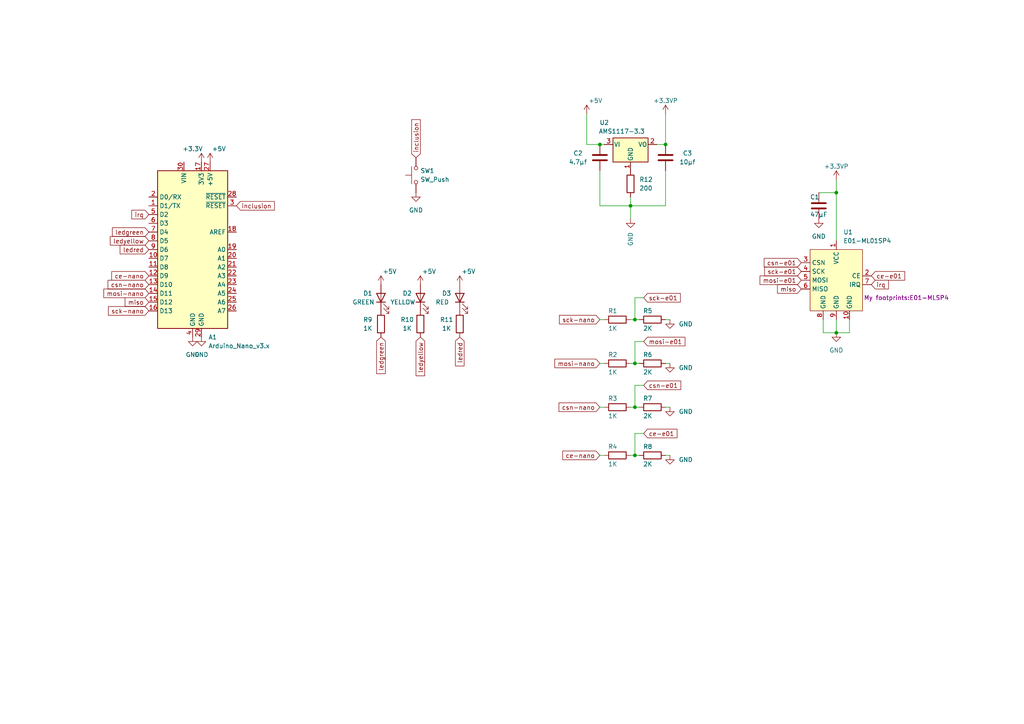
<source format=kicad_sch>
(kicad_sch (version 20230121) (generator eeschema)
  (paper "A4")
  (title_block (title "MySensors Gateway") (date "2023-27-01") (rev "0.1"))
  (lib_symbols
    (symbol "Device:C" (pin_numbers hide) (pin_names (offset 0.254))
      (property "Reference" "C" (at 0.635 2.54 0))
      (property "Value" "C" (at 0.635 -2.54 0))
      (symbol "C_0_1"
        (polyline (pts (xy -2.032 -0.762) (xy 2.032 -0.762)) (stroke (width 0.508)))
        (polyline (pts (xy -2.032 0.762) (xy 2.032 0.762)) (stroke (width 0.508)))
      )
      (symbol "C_1_1"
        (pin passive line (at 0 3.81 270) (length 2.794) (name "~") (number "1"))
        (pin passive line (at 0 -3.81 90) (length 2.794) (name "~") (number "2"))
      )
    )
    (symbol "Device:LED" (pin_numbers hide) (pin_names (offset 1.016) hide)
      (property "Reference" "D" (at 0 2.54 0))
      (property "Value" "LED" (at 0 -2.54 0))
      (symbol "LED_0_1"
        (polyline (pts (xy -1.27 -1.27) (xy -1.27 1.27)) (stroke (width 0.254)))
        (polyline (pts (xy -1.27 0) (xy 1.27 0)))
        (polyline (pts (xy 1.27 -1.27) (xy 1.27 1.27) (xy -1.27 0) (xy 1.27 -1.27)) (stroke (width 0.254)))
        (polyline (pts (xy -3.048 -0.762) (xy -4.572 -2.286) (xy -3.81 -2.286) (xy -4.572 -2.286) (xy -4.572 -1.524)))
        (polyline (pts (xy -1.778 -0.762) (xy -3.302 -2.286) (xy -2.54 -2.286) (xy -3.302 -2.286) (xy -3.302 -1.524)))
      )
      (symbol "LED_1_1"
        (pin passive line (at -3.81 0 0) (length 2.54) (name "K") (number "1"))
        (pin passive line (at 3.81 0 180) (length 2.54) (name "A") (number "2"))
      )
    )
    (symbol "Device:R" (pin_numbers hide) (pin_names (offset 0))
      (property "Reference" "R" (at 2.032 0 90))
      (property "Value" "R" (at 0 0 90))
      (symbol "R_0_1"
        (rectangle (start -1.016 -2.54) (end 1.016 2.54) (stroke (width 0.254)))
      )
      (symbol "R_1_1"
        (pin passive line (at 0 3.81 270) (length 1.27) (name "~") (number "1"))
        (pin passive line (at 0 -3.81 90) (length 1.27) (name "~") (number "2"))
      )
    )
    (symbol "MCU_Module:Arduino_Nano_v3.x"
      (property "Reference" "A" (at -10.16 23.495 0))
      (property "Value" "Arduino_Nano_v3.x" (at 5.08 -24.13 0))
      (symbol "Arduino_Nano_v3.x_0_1"
        (rectangle (start -10.16 22.86) (end 10.16 -22.86) (stroke (width 0.254)) (fill (type background)))
      )
      (symbol "Arduino_Nano_v3.x_1_1"
        (pin bidirectional line (at -12.7 12.7 0) (length 2.54) (name "D1/TX") (number "1"))
        (pin bidirectional line (at -12.7 -2.54 0) (length 2.54) (name "D7") (number "10"))
        (pin bidirectional line (at -12.7 -5.08 0) (length 2.54) (name "D8") (number "11"))
        (pin bidirectional line (at -12.7 -7.62 0) (length 2.54) (name "D9") (number "12"))
        (pin bidirectional line (at -12.7 -10.16 0) (length 2.54) (name "D10") (number "13"))
        (pin bidirectional line (at -12.7 -12.7 0) (length 2.54) (name "D11") (number "14"))
        (pin bidirectional line (at -12.7 -15.24 0) (length 2.54) (name "D12") (number "15"))
        (pin bidirectional line (at -12.7 -17.78 0) (length 2.54) (name "D13") (number "16"))
        (pin power_out line (at 2.54 25.4 270) (length 2.54) (name "3V3") (number "17"))
        (pin input line (at 12.7 5.08 180) (length 2.54) (name "AREF") (number "18"))
        (pin bidirectional line (at 12.7 0 180) (length 2.54) (name "A0") (number "19"))
        (pin bidirectional line (at -12.7 15.24 0) (length 2.54) (name "D0/RX") (number "2"))
        (pin bidirectional line (at 12.7 -2.54 180) (length 2.54) (name "A1") (number "20"))
        (pin bidirectional line (at 12.7 -5.08 180) (length 2.54) (name "A2") (number "21"))
        (pin bidirectional line (at 12.7 -7.62 180) (length 2.54) (name "A3") (number "22"))
        (pin bidirectional line (at 12.7 -10.16 180) (length 2.54) (name "A4") (number "23"))
        (pin bidirectional line (at 12.7 -12.7 180) (length 2.54) (name "A5") (number "24"))
        (pin bidirectional line (at 12.7 -15.24 180) (length 2.54) (name "A6") (number "25"))
        (pin bidirectional line (at 12.7 -17.78 180) (length 2.54) (name "A7") (number "26"))
        (pin power_out line (at 5.08 25.4 270) (length 2.54) (name "+5V") (number "27"))
        (pin input line (at 12.7 15.24 180) (length 2.54) (name "~{RESET}") (number "28"))
        (pin power_in line (at 2.54 -25.4 90) (length 2.54) (name "GND") (number "29"))
        (pin input line (at 12.7 12.7 180) (length 2.54) (name "~{RESET}") (number "3"))
        (pin power_in line (at -2.54 25.4 270) (length 2.54) (name "VIN") (number "30"))
        (pin power_in line (at 0 -25.4 90) (length 2.54) (name "GND") (number "4"))
        (pin bidirectional line (at -12.7 10.16 0) (length 2.54) (name "D2") (number "5"))
        (pin bidirectional line (at -12.7 7.62 0) (length 2.54) (name "D3") (number "6"))
        (pin bidirectional line (at -12.7 5.08 0) (length 2.54) (name "D4") (number "7"))
        (pin bidirectional line (at -12.7 2.54 0) (length 2.54) (name "D5") (number "8"))
        (pin bidirectional line (at -12.7 0 0) (length 2.54) (name "D6") (number "9"))
      )
    )
    (symbol "Regulator_Linear:AMS1117-3.3" (pin_names (offset 0.254))
      (property "Reference" "U" (at -3.81 3.175 0))
      (property "Value" "AMS1117-3.3" (at 0 3.175 0))
      (symbol "AMS1117-3.3_0_1"
        (rectangle (start -5.08 -5.08) (end 5.08 1.905) (stroke (width 0.254)) (fill (type background)))
      )
      (symbol "AMS1117-3.3_1_1"
        (pin power_in line (at 0 -7.62 90) (length 2.54) (name "GND") (number "1"))
        (pin power_out line (at 7.62 0 180) (length 2.54) (name "VO") (number "2"))
        (pin power_in line (at -7.62 0 0) (length 2.54) (name "VI") (number "3"))
      )
    )
    (symbol "Switch:SW_Push" (pin_numbers hide) (pin_names (offset 1.016) hide)
      (property "Reference" "SW" (at 1.27 2.54 0))
      (property "Value" "SW_Push" (at 0 -1.524 0))
      (symbol "SW_Push_0_1"
        (circle (center -2.032 0) (radius 0.508))
        (polyline (pts (xy 0 1.27) (xy 0 3.048)))
        (polyline (pts (xy 2.54 1.27) (xy -2.54 1.27)))
        (circle (center 2.032 0) (radius 0.508))
        (pin passive line (at -5.08 0 0) (length 2.54) (name "1") (number "1"))
        (pin passive line (at 5.08 0 180) (length 2.54) (name "2") (number "2"))
      )
    )
    (symbol "my_rf_modules:E01-ML01SP4"
      (property "Reference" "U" (at -6.35 10.16 0))
      (property "Value" "E01-ML01SP4" (at 7.62 10.16 0))
      (symbol "E01-ML01SP4_0_1"
        (rectangle (start -7.62 8.89) (end 7.62 -8.89) (fill (type background)))
      )
      (symbol "E01-ML01SP4_1_1"
        (pin power_in line (at 0 11.43 270) (length 2.54) (name "VCC") (number "1"))
        (pin power_in line (at 3.81 -11.43 90) (length 2.54) (name "GND") (number "10"))
        (pin input line (at 10.16 1.27 180) (length 2.54) (name "CE") (number "2"))
        (pin input line (at -10.16 5.08 0) (length 2.54) (name "CSN") (number "3"))
        (pin input line (at -10.16 2.54 0) (length 2.54) (name "SCK") (number "4"))
        (pin input line (at -10.16 0 0) (length 2.54) (name "MOSI") (number "5"))
        (pin output line (at -10.16 -2.54 0) (length 2.54) (name "MISO") (number "6"))
        (pin output line (at 10.16 -1.27 180) (length 2.54) (name "IRQ") (number "7"))
        (pin power_in line (at -3.81 -11.43 90) (length 2.54) (name "GND") (number "8"))
        (pin power_in line (at 0 -11.43 90) (length 2.54) (name "GND") (number "9"))
      )
    )
    (symbol "power:+3.3V" (power) (pin_names (offset 0))
      (property "Value" "+3.3V" (at 0 3.556 0))
      (symbol "+3.3V_0_1"
        (polyline (pts (xy -0.762 1.27) (xy 0 2.54)))
        (polyline (pts (xy 0 0) (xy 0 2.54)))
        (polyline (pts (xy 0 2.54) (xy 0.762 1.27)))
      )
      (symbol "+3.3V_1_1"
        (pin power_in line (at 0 0 90) (length 0) hide (name "+3.3V") (number "1"))
      )
    )
    (symbol "power:+3.3VP" (power) (pin_names (offset 0))
      (property "Value" "+3.3VP" (at 0 2.54 0))
      (symbol "+3.3VP_0_0"
        (pin power_in line (at 0 0 90) (length 0) hide (name "+3.3VP") (number "1"))
      )
      (symbol "+3.3VP_0_1"
        (polyline (pts (xy -0.762 1.27) (xy 0 2.54)))
        (polyline (pts (xy 0 0) (xy 0 2.54)))
        (polyline (pts (xy 0 2.54) (xy 0.762 1.27)))
      )
    )
    (symbol "power:+5V" (power) (pin_names (offset 0))
      (property "Value" "+5V" (at 0 3.556 0))
      (symbol "+5V_0_1"
        (polyline (pts (xy -0.762 1.27) (xy 0 2.54)))
        (polyline (pts (xy 0 0) (xy 0 2.54)))
        (polyline (pts (xy 0 2.54) (xy 0.762 1.27)))
      )
      (symbol "+5V_1_1"
        (pin power_in line (at 0 0 90) (length 0) hide (name "+5V") (number "1"))
      )
    )
    (symbol "power:GND" (power) (pin_names (offset 0))
      (property "Value" "GND" (at 0 -3.81 0))
      (symbol "GND_0_1"
        (polyline (pts (xy 0 0) (xy 0 -1.27) (xy 1.27 -1.27) (xy 0 -2.54) (xy -1.27 -1.27) (xy 0 -1.27)))
      )
      (symbol "GND_1_1"
        (pin power_in line (at 0 0 270) (length 0) hide (name "GND") (number "1"))
      )
    )
  )
  (junction (at 184.15 132.08))
  (junction (at 242.57 96.52))
  (junction (at 193.04 41.91))
  (junction (at 184.15 92.71))
  (junction (at 182.88 59.69))
  (junction (at 173.99 41.91))
  (junction (at 184.15 105.41))
  (junction (at 242.57 55.88))
  (junction (at 184.15 118.11))
  (wire (pts (xy 238.76 92.71) (xy 238.76 96.52)))
  (wire (pts (xy 190.5 41.91) (xy 193.04 41.91)))
  (wire (pts (xy 173.99 92.71) (xy 175.26 92.71)))
  (wire (pts (xy 170.18 33.02) (xy 170.18 41.91)))
  (wire (pts (xy 242.57 92.71) (xy 242.57 96.52)))
  (wire (pts (xy 182.88 63.5) (xy 182.88 59.69)))
  (wire (pts (xy 182.88 118.11) (xy 184.15 118.11)))
  (wire (pts (xy 184.15 118.11) (xy 185.42 118.11)))
  (wire (pts (xy 184.15 111.76) (xy 184.15 118.11)))
  (wire (pts (xy 194.31 118.11) (xy 193.04 118.11)))
  (wire (pts (xy 173.99 41.91) (xy 175.26 41.91)))
  (wire (pts (xy 237.49 55.88) (xy 242.57 55.88)))
  (wire (pts (xy 173.99 59.69) (xy 182.88 59.69)))
  (wire (pts (xy 194.31 92.71) (xy 193.04 92.71)))
  (wire (pts (xy 194.31 132.08) (xy 193.04 132.08)))
  (wire (pts (xy 184.15 125.73) (xy 184.15 132.08)))
  (wire (pts (xy 173.99 118.11) (xy 175.26 118.11)))
  (wire (pts (xy 182.88 105.41) (xy 184.15 105.41)))
  (wire (pts (xy 184.15 111.76) (xy 186.69 111.76)))
  (wire (pts (xy 242.57 96.52) (xy 246.38 96.52)))
  (wire (pts (xy 173.99 105.41) (xy 175.26 105.41)))
  (wire (pts (xy 242.57 55.88) (xy 242.57 69.85)))
  (wire (pts (xy 184.15 86.36) (xy 186.69 86.36)))
  (wire (pts (xy 173.99 49.53) (xy 173.99 59.69)))
  (wire (pts (xy 182.88 132.08) (xy 184.15 132.08)))
  (wire (pts (xy 182.88 59.69) (xy 182.88 57.15)))
  (wire (pts (xy 184.15 125.73) (xy 186.69 125.73)))
  (wire (pts (xy 184.15 105.41) (xy 185.42 105.41)))
  (wire (pts (xy 184.15 99.06) (xy 186.69 99.06)))
  (wire (pts (xy 238.76 96.52) (xy 242.57 96.52)))
  (wire (pts (xy 184.15 86.36) (xy 184.15 92.71)))
  (wire (pts (xy 246.38 96.52) (xy 246.38 92.71)))
  (wire (pts (xy 182.88 92.71) (xy 184.15 92.71)))
  (wire (pts (xy 184.15 99.06) (xy 184.15 105.41)))
  (wire (pts (xy 173.99 132.08) (xy 175.26 132.08)))
  (wire (pts (xy 170.18 41.91) (xy 173.99 41.91)))
  (wire (pts (xy 194.31 105.41) (xy 193.04 105.41)))
  (wire (pts (xy 184.15 92.71) (xy 185.42 92.71)))
  (wire (pts (xy 184.15 132.08) (xy 185.42 132.08)))
  (wire (pts (xy 242.57 52.07) (xy 242.57 55.88)))
  (wire (pts (xy 193.04 49.53) (xy 193.04 59.69)))
  (wire (pts (xy 193.04 33.02) (xy 193.04 41.91)))
  (wire (pts (xy 193.04 59.69) (xy 182.88 59.69)))
  (global_label "sck-e01" (shape input) (at 186.69 86.36 0) (property "Intersheetrefs" "${INTERSHEET_REFS}" (effects hide)))
  (global_label "csn-e01" (shape input) (at 186.69 111.76 0) (property "Intersheetrefs" "${INTERSHEET_REFS}" (effects hide)))
  (global_label "irq" (shape input) (at 43.18 62.23 180) (property "Intersheetrefs" "${INTERSHEET_REFS}" (effects hide)))
  (global_label "inclusion" (shape input) (at 68.58 59.69 0) (property "Intersheetrefs" "${INTERSHEET_REFS}" (effects hide)))
  (global_label "mosi-e01" (shape input) (at 186.69 99.06 0) (property "Intersheetrefs" "${INTERSHEET_REFS}" (effects hide)))
  (global_label "ce-e01" (shape input) (at 186.69 125.73 0) (property "Intersheetrefs" "${INTERSHEET_REFS}" (effects hide)))
  (global_label "csn-nano" (shape input) (at 173.99 118.11 180) (property "Intersheetrefs" "${INTERSHEET_REFS}" (effects hide)))
  (global_label "csn-nano" (shape input) (at 43.18 82.55 180) (property "Intersheetrefs" "${INTERSHEET_REFS}" (effects hide)))
  (global_label "sck-e01" (shape input) (at 232.41 78.74 180) (property "Intersheetrefs" "${INTERSHEET_REFS}" (effects hide)))
  (global_label "ledyellow" (shape input) (at 121.92 97.79 270) (property "Intersheetrefs" "${INTERSHEET_REFS}" (effects hide)))
  (global_label "sck-nano" (shape input) (at 173.99 92.71 180) (property "Intersheetrefs" "${INTERSHEET_REFS}" (effects hide)))
  (global_label "mosi-nano" (shape input) (at 173.99 105.41 180) (property "Intersheetrefs" "${INTERSHEET_REFS}" (effects hide)))
  (global_label "irq" (shape input) (at 252.73 82.55 0) (property "Intersheetrefs" "${INTERSHEET_REFS}" (effects hide)))
  (global_label "inclusion" (shape input) (at 120.65 45.72 90) (property "Intersheetrefs" "${INTERSHEET_REFS}" (effects hide)))
  (global_label "ce-nano" (shape input) (at 43.18 80.01 180) (property "Intersheetrefs" "${INTERSHEET_REFS}" (effects hide)))
  (global_label "ledgreen" (shape input) (at 43.18 67.31 180) (property "Intersheetrefs" "${INTERSHEET_REFS}" (effects hide)))
  (global_label "ledred" (shape input) (at 43.18 72.39 180) (property "Intersheetrefs" "${INTERSHEET_REFS}" (effects hide)))
  (global_label "ledyellow" (shape input) (at 43.18 69.85 180) (property "Intersheetrefs" "${INTERSHEET_REFS}" (effects hide)))
  (global_label "ledred" (shape input) (at 133.35 97.79 270) (property "Intersheetrefs" "${INTERSHEET_REFS}" (effects hide)))
  (global_label "ce-e01" (shape input) (at 252.73 80.01 0) (property "Intersheetrefs" "${INTERSHEET_REFS}" (effects hide)))
  (global_label "ledgreen" (shape input) (at 110.49 97.79 270) (property "Intersheetrefs" "${INTERSHEET_REFS}" (effects hide)))
  (global_label "miso" (shape input) (at 43.18 87.63 180) (property "Intersheetrefs" "${INTERSHEET_REFS}" (effects hide)))
  (global_label "mosi-nano" (shape input) (at 43.18 85.09 180) (property "Intersheetrefs" "${INTERSHEET_REFS}" (effects hide)))
  (global_label "ce-nano" (shape input) (at 173.99 132.08 180) (property "Intersheetrefs" "${INTERSHEET_REFS}" (effects hide)))
  (global_label "csn-e01" (shape input) (at 232.41 76.2 180) (property "Intersheetrefs" "${INTERSHEET_REFS}" (effects hide)))
  (global_label "mosi-e01" (shape input) (at 232.41 81.28 180) (property "Intersheetrefs" "${INTERSHEET_REFS}" (effects hide)))
  (global_label "sck-nano" (shape input) (at 43.18 90.17 180) (property "Intersheetrefs" "${INTERSHEET_REFS}" (effects hide)))
  (global_label "miso" (shape input) (at 232.41 83.82 180) (property "Intersheetrefs" "${INTERSHEET_REFS}" (effects hide)))
  (symbol (lib_id "my_rf_modules:E01-ML01SP4") (at 242.57 81.28 0) (unit 1)
    (property "Reference" "U1" (at 244.5894 67.31 0) (effects (justify left)))
    (property "Value" "E01-ML01SP4" (at 244.5894 69.85 0) (effects (justify left)))
    (property "Footprint" "My footprints:E01-MLSP4" (at 262.89 86.36 0))
  )
  (symbol (lib_id "power:+3.3VP") (at 193.04 33.02 0) (unit 1)
    (property "Reference" "#PWR06" (effects hide))
    (property "Value" "+3.3VP" (at 193.04 29.21 0))
  )
  (symbol (lib_id "power:GND") (at 194.31 105.41 0) (unit 1)
    (property "Reference" "#PWR0106" (effects hide))
    (property "Value" "GND" (at 196.85 106.68 0) (effects (justify left)))
  )
  (symbol (lib_id "Device:R") (at 179.07 132.08 90) (unit 1)
    (property "Reference" "R4" (at 179.07 129.54 90) (effects (justify left)))
    (property "Value" "1K" (at 179.07 134.62 90) (effects (justify left)))
    (property "Footprint" "Resistor_SMD:R_0805_2012Metric" (effects hide))
  )
  (symbol (lib_id "power:GND") (at 182.88 63.5 0) (unit 1)
    (property "Reference" "#PWR02" (effects hide))
    (property "Value" "GND" (at 182.8801 67.31 90) (effects (justify right)))
  )
  (symbol (lib_id "power:+5V") (at 60.96 46.99 0) (unit 1)
    (property "Reference" "#PWR0113" (effects hide))
    (property "Value" "+5V" (at 63.5 43.18 0))
  )
  (symbol (lib_id "Device:R") (at 179.07 105.41 90) (unit 1)
    (property "Reference" "R2" (at 179.07 102.87 90) (effects (justify left)))
    (property "Value" "1K" (at 179.07 107.95 90) (effects (justify left)))
    (property "Footprint" "Resistor_SMD:R_0805_2012Metric" (effects hide))
  )
  (symbol (lib_id "Device:R") (at 110.49 93.98 180) (unit 1)
    (property "Reference" "R9" (at 106.68 92.71 0))
    (property "Value" "1K" (at 106.68 95.25 0))
    (property "Footprint" "Resistor_SMD:R_0805_2012Metric" (effects hide))
  )
  (symbol (lib_id "Device:R") (at 189.23 118.11 90) (unit 1)
    (property "Reference" "R7" (at 189.23 115.57 90) (effects (justify left)))
    (property "Value" "2K" (at 189.23 120.65 90) (effects (justify left)))
    (property "Footprint" "Resistor_SMD:R_0805_2012Metric" (effects hide))
  )
  (symbol (lib_id "power:GND") (at 120.65 55.88 0) (unit 1)
    (property "Reference" "#PWR0111" (effects hide))
    (property "Value" "GND" (at 120.65 60.96 0))
  )
  (symbol (lib_id "power:GND") (at 194.31 132.08 0) (unit 1)
    (property "Reference" "#PWR0101" (effects hide))
    (property "Value" "GND" (at 196.85 133.35 0) (effects (justify left)))
  )
  (symbol (lib_id "Device:R") (at 179.07 118.11 90) (unit 1)
    (property "Reference" "R3" (at 179.07 115.57 90) (effects (justify left)))
    (property "Value" "1K" (at 179.07 120.65 90) (effects (justify left)))
    (property "Footprint" "Resistor_SMD:R_0805_2012Metric" (effects hide))
  )
  (symbol (lib_id "Device:R") (at 121.92 93.98 180) (unit 1)
    (property "Reference" "R10" (at 118.11 92.71 0))
    (property "Value" "1K" (at 118.11 95.25 0))
    (property "Footprint" "Resistor_SMD:R_0805_2012Metric" (effects hide))
  )
  (symbol (lib_id "power:GND") (at 58.42 97.79 0) (unit 1)
    (property "Reference" "#PWR0103" (effects hide))
    (property "Value" "GND" (at 58.42 102.87 0))
  )
  (symbol (lib_id "Device:R") (at 182.88 53.34 0) (unit 1)
    (property "Reference" "R12" (at 185.42 52.0699 0) (effects (justify left)))
    (property "Value" "200" (at 185.42 54.6099 0) (effects (justify left)))
    (property "Footprint" "Resistor_SMD:R_0805_2012Metric" (effects hide))
  )
  (symbol (lib_id "Regulator_Linear:AMS1117-3.3") (at 182.88 41.91 0) (unit 1)
    (property "Reference" "U2" (at 175.26 35.56 0))
    (property "Value" "AMS1117-3.3" (at 180.34 38.1 0))
    (property "Footprint" "Package_TO_SOT_SMD:SOT-223-3_TabPin2" (effects hide))
    (property "Datasheet" "http://www.advanced-monolithic.com/pdf/ds1117.pdf" (effects hide))
  )
  (symbol (lib_id "MCU_Module:Arduino_Nano_v3.x") (at 55.88 72.39 0) (unit 1)
    (property "Reference" "A1" (at 60.4394 97.79 0) (effects (justify left)))
    (property "Value" "Arduino_Nano_v3.x" (at 60.4394 100.33 0) (effects (justify left)))
    (property "Footprint" "Module:Arduino_Nano" (effects hide))
    (property "Datasheet" "http://www.mouser.com/pdfdocs/Gravitech_Arduino_Nano3_0.pdf" (effects hide))
  )
  (symbol (lib_id "power:GND") (at 194.31 92.71 0) (unit 1)
    (property "Reference" "#PWR0104" (effects hide))
    (property "Value" "GND" (at 196.85 93.98 0) (effects (justify left)))
  )
  (symbol (lib_id "Switch:SW_Push") (at 120.65 50.8 90) (unit 1)
    (property "Reference" "SW1" (at 121.92 49.5299 90) (effects (justify right)))
    (property "Value" "SW_Push" (at 121.92 52.0699 90) (effects (justify right)))
    (property "Footprint" "Button_Switch_SMD:SW_Push_SPST_NO_Alps_SKRK" (effects hide))
  )
  (symbol (lib_id "power:+3.3VP") (at 242.57 52.07 0) (unit 1)
    (property "Reference" "#PWR05" (effects hide))
    (property "Value" "+3.3VP" (at 242.57 48.26 0))
  )
  (symbol (lib_id "power:GND") (at 55.88 97.79 0) (unit 1)
    (property "Reference" "#PWR0102" (effects hide))
    (property "Value" "GND" (at 55.88 102.87 0))
  )
  (symbol (lib_id "power:+3.3V") (at 58.42 46.99 0) (unit 1)
    (property "Reference" "#PWR0112" (effects hide))
    (property "Value" "+3.3V" (at 55.88 43.18 0))
  )
  (symbol (lib_id "Device:LED") (at 133.35 86.36 90) (unit 1)
    (property "Reference" "D3" (at 129.54 85.09 90))
    (property "Value" "RED" (at 128.27 87.63 90))
    (property "Footprint" "LED_SMD:LED_0805_2012Metric" (effects hide))
  )
  (symbol (lib_id "power:+5V") (at 133.35 82.55 0) (unit 1)
    (property "Reference" "#PWR0109" (effects hide))
    (property "Value" "+5V" (at 135.89 78.74 0))
  )
  (symbol (lib_id "power:+5V") (at 110.49 82.55 0) (unit 1)
    (property "Reference" "#PWR0114" (effects hide))
    (property "Value" "+5V" (at 113.03 78.74 0))
  )
  (symbol (lib_id "Device:R") (at 189.23 105.41 90) (unit 1)
    (property "Reference" "R6" (at 189.23 102.87 90) (effects (justify left)))
    (property "Value" "2K" (at 189.23 107.95 90) (effects (justify left)))
    (property "Footprint" "Resistor_SMD:R_0805_2012Metric" (effects hide))
  )
  (symbol (lib_id "Device:R") (at 179.07 92.71 90) (unit 1)
    (property "Reference" "R1" (at 179.07 90.17 90) (effects (justify left)))
    (property "Value" "1K" (at 179.07 95.25 90) (effects (justify left)))
    (property "Footprint" "Resistor_SMD:R_0805_2012Metric" (effects hide))
  )
  (symbol (lib_id "power:GND") (at 194.31 118.11 0) (unit 1)
    (property "Reference" "#PWR0107" (effects hide))
    (property "Value" "GND" (at 196.85 119.38 0) (effects (justify left)))
  )
  (symbol (lib_id "power:GND") (at 242.57 96.52 0) (unit 1)
    (property "Reference" "#PWR0105" (effects hide))
    (property "Value" "GND" (at 242.57 101.6 0))
  )
  (symbol (lib_id "Device:R") (at 189.23 92.71 90) (unit 1)
    (property "Reference" "R5" (at 189.23 90.17 90) (effects (justify left)))
    (property "Value" "2K" (at 189.23 95.25 90) (effects (justify left)))
    (property "Footprint" "Resistor_SMD:R_0805_2012Metric" (effects hide))
  )
  (symbol (lib_id "power:+5V") (at 121.92 82.55 0) (unit 1)
    (property "Reference" "#PWR0110" (effects hide))
    (property "Value" "+5V" (at 124.46 78.74 0))
  )
  (symbol (lib_id "Device:LED") (at 110.49 86.36 90) (unit 1)
    (property "Reference" "D1" (at 106.68 85.09 90))
    (property "Value" "GREEN" (at 105.41 87.63 90))
    (property "Footprint" "LED_SMD:LED_0805_2012Metric" (effects hide))
  )
  (symbol (lib_id "Device:C") (at 237.49 59.69 0) (unit 1)
    (property "Reference" "C1" (at 234.95 57.15 0) (effects (justify left)))
    (property "Value" "47µF" (at 234.95 62.23 0) (effects (justify left)))
    (property "Footprint" "Capacitor_SMD:C_0805_2012Metric" (effects hide))
  )
  (symbol (lib_id "power:+5V") (at 170.18 33.02 0) (unit 1)
    (property "Reference" "#PWR04" (effects hide))
    (property "Value" "+5V" (at 172.72 29.21 0))
  )
  (symbol (lib_id "power:GND") (at 237.49 63.5 0) (unit 1)
    (property "Reference" "#PWR0108" (effects hide))
    (property "Value" "GND" (at 237.49 68.58 0))
  )
  (symbol (lib_id "Device:C") (at 193.04 45.72 180) (unit 1)
    (property "Reference" "C3" (at 199.39 44.45 0))
    (property "Value" "10µf" (at 199.39 46.99 0))
    (property "Footprint" "Capacitor_SMD:C_0805_2012Metric" (effects hide))
  )
  (symbol (lib_id "Device:R") (at 133.35 93.98 180) (unit 1)
    (property "Reference" "R11" (at 129.54 92.71 0))
    (property "Value" "1K" (at 129.54 95.25 0))
    (property "Footprint" "Resistor_SMD:R_0805_2012Metric" (effects hide))
  )
  (symbol (lib_id "Device:C") (at 173.99 45.72 0) (unit 1)
    (property "Reference" "C2" (at 167.64 44.45 0))
    (property "Value" "4.7µf" (at 167.64 46.99 0))
    (property "Footprint" "Capacitor_SMD:C_0805_2012Metric" (effects hide))
  )
  (symbol (lib_id "Device:LED") (at 121.92 86.36 90) (unit 1)
    (property "Reference" "D2" (at 118.11 85.09 90))
    (property "Value" "YELLOW" (at 116.84 87.63 90))
    (property "Footprint" "LED_SMD:LED_0805_2012Metric" (effects hide))
  )
  (symbol (lib_id "Device:R") (at 189.23 132.08 90) (unit 1)
    (property "Reference" "R8" (at 189.23 129.54 90) (effects (justify left)))
    (property "Value" "2K" (at 189.23 134.62 90) (effects (justify left)))
    (property "Footprint" "Resistor_SMD:R_0805_2012Metric" (effects hide))
  )
)
</source>
